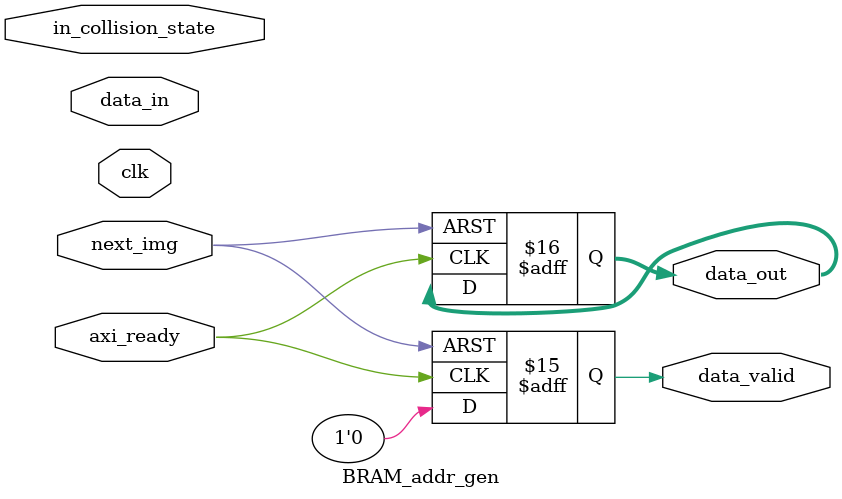
<source format=v>
`timescale 1ps / 1ps


module BRAM_addr_gen(
    input wire clk,
    input wire next_img,
    input wire in_collision_state,
    input wire axi_ready, //axi has written the next 32 bits
    input wire [31:0] data_in, //complete img ready
    output reg data_valid,
    output reg [2499:0] data_out
);
    localparam total = 2500;
    localparam input_width = 32;
    localparam max_count = 78;
    
    reg [5:0] count;
    reg [2499:0] curr_bits;
    reg reg_full;  

    
    always @(posedge axi_ready or posedge next_img) begin
        if (next_img) begin
            data_out <= 0;
            curr_bits <= 0;
            count <= 0;
            data_valid <= 0;
        end
        else begin
            data_valid <= 0;  
    
            if (axi_ready) begin
                curr_bits <= {curr_bits[total-input_width-1:0], data_in};
                if (count == max_count && !in_collision_state) begin
                    data_out <= curr_bits;
                    data_valid <= 1;  
                    count <= 0;     
                end
                else begin
                    count <= count + 1;
                end
            end
        end
    end
endmodule
</source>
